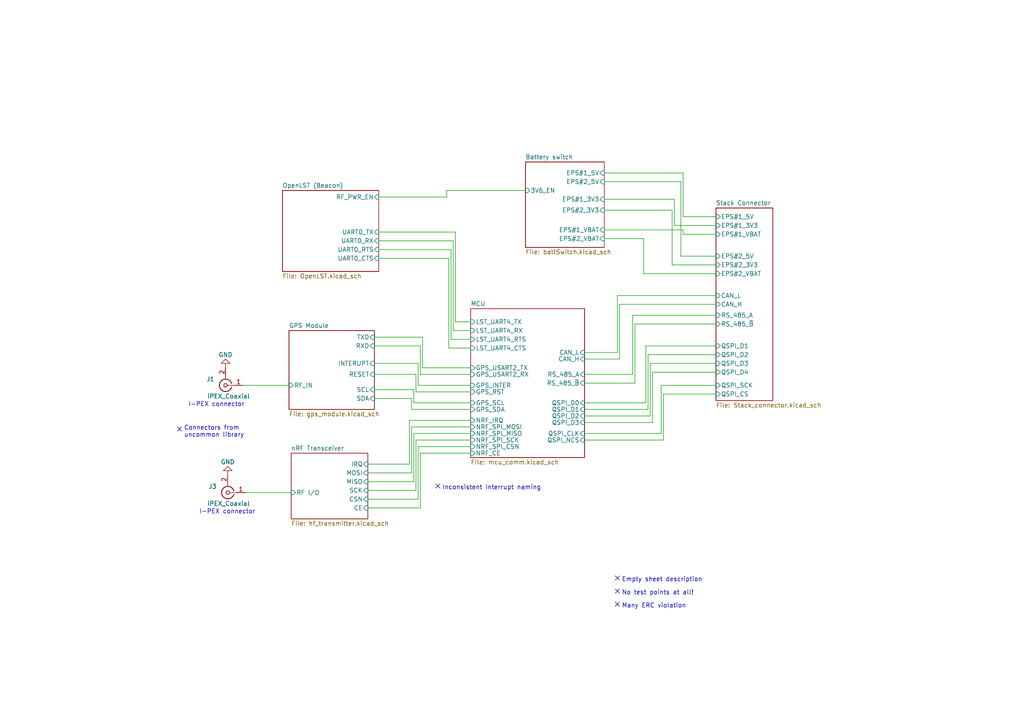
<source format=kicad_sch>
(kicad_sch (version 20210621) (generator eeschema)
  (paper "A4")
  (lib_symbols
    (symbol "Connector:Conn_Coaxial" (pin_names (offset 1.016) hide)
      (property "Reference" "J" (at 0.254 3.048 0))
      (property "Value" "Conn_Coaxial" (at 2.921 0 90))
      (symbol "Conn_Coaxial_0_1"
        (arc (start -1.778 0.508) (end 1.778 0) (radius (at -0.0508 0) (length 1.8034) (angles 163.6 0)) (stroke (width 0.254)))
        (arc (start 1.778 0) (end -1.778 -0.508) (radius (at -0.0254 0) (length 1.8034) (angles 0 -163.8)) (stroke (width 0.254)))
        (circle (center 0 0) (radius 0.508) (stroke (width 0.2032)))
        (polyline (pts (xy -2.54 0) (xy -0.508 0)))
        (polyline (pts (xy 0 -2.54) (xy 0 -1.778)))
      )
      (symbol "Conn_Coaxial_1_1"
        (pin passive line (at -5.08 0 0) (length 2.54) (name "In") (number "1"))
        (pin passive line (at 0 -5.08 90) (length 2.54) (name "Ext") (number "2"))
      )
    )
    (symbol "power:GND" (power) (pin_names (offset 0))
      (property "Value" "GND" (at 0 -3.81 0))
      (symbol "GND_0_1"
        (polyline (pts (xy 0 0) (xy 0 -1.27) (xy 1.27 -1.27) (xy 0 -2.54) (xy -1.27 -1.27) (xy 0 -1.27)))
      )
      (symbol "GND_1_1"
        (pin power_in line (at 0 0 270) (length 0) hide (name "GND") (number "1"))
      )
    )
  )
  (no_connect (at 52.07 124.46))
  (no_connect (at 127 140.97))
  (no_connect (at 179.07 167.64))
  (no_connect (at 179.07 171.45))
  (no_connect (at 179.07 175.26))
  (wire (pts (xy 70.485 111.76) (xy 83.82 111.76)))
  (wire (pts (xy 71.12 142.875) (xy 84.455 142.875)))
  (wire (pts (xy 108.585 100.33) (xy 121.92 100.33)))
  (wire (pts (xy 108.585 108.585) (xy 120.65 108.585)))
  (wire (pts (xy 108.585 115.57) (xy 119.38 115.57)))
  (wire (pts (xy 109.855 57.15) (xy 129.54 57.15)))
  (wire (pts (xy 109.855 69.85) (xy 131.445 69.85)))
  (wire (pts (xy 109.855 74.93) (xy 130.175 74.93)))
  (wire (pts (xy 118.745 121.92) (xy 118.745 134.62)))
  (wire (pts (xy 118.745 134.62) (xy 106.68 134.62)))
  (wire (pts (xy 119.38 115.57) (xy 119.38 118.745)))
  (wire (pts (xy 119.38 118.745) (xy 136.525 118.745)))
  (wire (pts (xy 119.38 123.825) (xy 119.38 137.16)))
  (wire (pts (xy 119.38 137.16) (xy 106.68 137.16)))
  (wire (pts (xy 120.015 113.03) (xy 108.585 113.03)))
  (wire (pts (xy 120.015 116.84) (xy 120.015 113.03)))
  (wire (pts (xy 120.015 125.73) (xy 120.015 139.7)))
  (wire (pts (xy 120.015 139.7) (xy 106.68 139.7)))
  (wire (pts (xy 120.65 108.585) (xy 120.65 113.665)))
  (wire (pts (xy 120.65 113.665) (xy 136.525 113.665)))
  (wire (pts (xy 120.65 127.635) (xy 120.65 142.24)))
  (wire (pts (xy 120.65 142.24) (xy 106.68 142.24)))
  (wire (pts (xy 121.285 105.41) (xy 108.585 105.41)))
  (wire (pts (xy 121.285 111.76) (xy 121.285 105.41)))
  (wire (pts (xy 121.285 129.54) (xy 121.285 144.78)))
  (wire (pts (xy 121.285 144.78) (xy 106.68 144.78)))
  (wire (pts (xy 121.92 100.33) (xy 121.92 108.585)))
  (wire (pts (xy 121.92 108.585) (xy 136.525 108.585)))
  (wire (pts (xy 121.92 131.445) (xy 121.92 147.32)))
  (wire (pts (xy 121.92 147.32) (xy 106.68 147.32)))
  (wire (pts (xy 122.555 97.79) (xy 108.585 97.79)))
  (wire (pts (xy 122.555 106.68) (xy 122.555 97.79)))
  (wire (pts (xy 129.54 55.245) (xy 152.4 55.245)))
  (wire (pts (xy 129.54 57.15) (xy 129.54 55.245)))
  (wire (pts (xy 130.175 74.93) (xy 130.175 100.965)))
  (wire (pts (xy 130.175 100.965) (xy 136.525 100.965)))
  (wire (pts (xy 130.81 72.39) (xy 109.855 72.39)))
  (wire (pts (xy 130.81 98.425) (xy 130.81 72.39)))
  (wire (pts (xy 131.445 69.85) (xy 131.445 95.885)))
  (wire (pts (xy 131.445 95.885) (xy 136.525 95.885)))
  (wire (pts (xy 132.08 67.31) (xy 109.855 67.31)))
  (wire (pts (xy 132.08 93.345) (xy 132.08 67.31)))
  (wire (pts (xy 136.525 93.345) (xy 132.08 93.345)))
  (wire (pts (xy 136.525 98.425) (xy 130.81 98.425)))
  (wire (pts (xy 136.525 106.68) (xy 122.555 106.68)))
  (wire (pts (xy 136.525 111.76) (xy 121.285 111.76)))
  (wire (pts (xy 136.525 116.84) (xy 120.015 116.84)))
  (wire (pts (xy 136.525 121.92) (xy 118.745 121.92)))
  (wire (pts (xy 136.525 123.825) (xy 119.38 123.825)))
  (wire (pts (xy 136.525 125.73) (xy 120.015 125.73)))
  (wire (pts (xy 136.525 127.635) (xy 120.65 127.635)))
  (wire (pts (xy 136.525 129.54) (xy 121.285 129.54)))
  (wire (pts (xy 136.525 131.445) (xy 121.92 131.445)))
  (wire (pts (xy 169.545 102.235) (xy 179.07 102.235)))
  (wire (pts (xy 169.545 104.14) (xy 179.705 104.14)))
  (wire (pts (xy 169.545 108.585) (xy 183.515 108.585)))
  (wire (pts (xy 169.545 111.125) (xy 184.15 111.125)))
  (wire (pts (xy 169.545 116.84) (xy 187.325 116.84)))
  (wire (pts (xy 169.545 120.65) (xy 188.595 120.65)))
  (wire (pts (xy 169.545 125.73) (xy 191.77 125.73)))
  (wire (pts (xy 175.26 66.675) (xy 198.12 66.675)))
  (wire (pts (xy 179.07 85.725) (xy 207.645 85.725)))
  (wire (pts (xy 179.07 102.235) (xy 179.07 85.725)))
  (wire (pts (xy 179.705 88.265) (xy 207.645 88.265)))
  (wire (pts (xy 179.705 104.14) (xy 179.705 88.265)))
  (wire (pts (xy 183.515 91.44) (xy 207.645 91.44)))
  (wire (pts (xy 183.515 108.585) (xy 183.515 91.44)))
  (wire (pts (xy 184.15 93.98) (xy 207.645 93.98)))
  (wire (pts (xy 184.15 111.125) (xy 184.15 93.98)))
  (wire (pts (xy 186.69 69.215) (xy 175.26 69.215)))
  (wire (pts (xy 186.69 79.375) (xy 186.69 69.215)))
  (wire (pts (xy 187.325 100.33) (xy 207.645 100.33)))
  (wire (pts (xy 187.325 116.84) (xy 187.325 100.33)))
  (wire (pts (xy 187.96 102.87) (xy 187.96 118.745)))
  (wire (pts (xy 187.96 118.745) (xy 169.545 118.745)))
  (wire (pts (xy 188.595 105.41) (xy 207.645 105.41)))
  (wire (pts (xy 188.595 120.65) (xy 188.595 105.41)))
  (wire (pts (xy 189.23 107.95) (xy 189.23 122.555)))
  (wire (pts (xy 189.23 122.555) (xy 169.545 122.555)))
  (wire (pts (xy 191.77 111.76) (xy 207.645 111.76)))
  (wire (pts (xy 191.77 125.73) (xy 191.77 111.76)))
  (wire (pts (xy 192.405 114.3) (xy 192.405 127.635)))
  (wire (pts (xy 192.405 127.635) (xy 169.545 127.635)))
  (wire (pts (xy 194.945 60.96) (xy 175.26 60.96)))
  (wire (pts (xy 194.945 76.835) (xy 194.945 60.96)))
  (wire (pts (xy 195.58 57.785) (xy 175.26 57.785)))
  (wire (pts (xy 195.58 65.405) (xy 195.58 57.785)))
  (wire (pts (xy 197.485 52.705) (xy 175.26 52.705)))
  (wire (pts (xy 197.485 74.295) (xy 197.485 52.705)))
  (wire (pts (xy 197.485 74.295) (xy 207.645 74.295)))
  (wire (pts (xy 198.12 50.165) (xy 175.26 50.165)))
  (wire (pts (xy 198.12 62.865) (xy 198.12 50.165)))
  (wire (pts (xy 198.12 62.865) (xy 207.645 62.865)))
  (wire (pts (xy 198.12 66.675) (xy 198.12 67.945)))
  (wire (pts (xy 198.12 67.945) (xy 207.645 67.945)))
  (wire (pts (xy 207.645 65.405) (xy 195.58 65.405)))
  (wire (pts (xy 207.645 76.835) (xy 194.945 76.835)))
  (wire (pts (xy 207.645 79.375) (xy 186.69 79.375)))
  (wire (pts (xy 207.645 102.87) (xy 187.96 102.87)))
  (wire (pts (xy 207.645 107.95) (xy 189.23 107.95)))
  (wire (pts (xy 207.645 114.3) (xy 192.405 114.3)))
  (text "Connectors from\nuncommon library" (at 53.34 127 0) (effects (font (size 1.27 1.27)) (justify left bottom)))
  (text "I-PEX connector\n" (at 54.61 118.11 0) (effects (font (size 1.27 1.27)) (justify left bottom)))
  (text "I-PEX connector\n" (at 57.785 149.225 0) (effects (font (size 1.27 1.27)) (justify left bottom)))
  (text "Inconsistent Interrupt naming" (at 128.27 142.24 0) (effects (font (size 1.27 1.27)) (justify left bottom)))
  (text "Empty sheet description" (at 180.34 168.91 0) (effects (font (size 1.27 1.27)) (justify left bottom)))
  (text "No test points at all!" (at 180.34 172.72 0) (effects (font (size 1.27 1.27)) (justify left bottom)))
  (text "Many ERC violation" (at 180.34 176.53 0) (effects (font (size 1.27 1.27)) (justify left bottom)))
  (symbol (lib_id "power:GND") (at 65.405 106.68 180) (unit 1)
    (property "Reference" "#PWR0104" (effects hide))
    (property "Value" "GND" (at 65.405 102.87 0))
  )
  (symbol (lib_id "power:GND") (at 66.04 137.795 180) (unit 1)
    (property "Reference" "#PWR0105" (effects hide))
    (property "Value" "~" (at 66.04 133.985 0))
  )
  (symbol (lib_id "Connector:Conn_Coaxial") (at 65.405 111.76 180) (unit 1)
    (property "Reference" "J1" (at 62.23 109.9946 0) (effects (justify left)))
    (property "Value" "iPEX_Coaxial" (at 66.294 114.935 0))
    (property "Datasheet" " ~" (effects hide))
  )
  (symbol (lib_id "Connector:Conn_Coaxial") (at 66.04 142.875 180) (unit 1)
    (property "Reference" "J3" (at 62.865 141.1096 0) (effects (justify left)))
    (property "Value" "iPEX_Coaxial" (at 66.294 146.05 0))
    (property "Datasheet" " ~" (effects hide))
  )
  (sheet (at 152.4 46.99) (size 22.86 24.765) (stroke (width 0.1524))
    (property "Název listu" "Battery switch" (at 152.4 46.2784 0) (effects (justify left bottom)))
    (property "Soubor listu" "battSwitch.kicad_sch" (at 152.4 72.3396 0) (effects (justify left top)))
    (pin "EPS#1_3V3" input (at 175.26 57.785 0))
    (pin "EPS#2_3V3" input (at 175.26 60.96 0))
    (pin "EPS#2_5V" input (at 175.26 52.705 0))
    (pin "EPS#1_5V" input (at 175.26 50.165 0))
    (pin "EPS#2_VBAT" input (at 175.26 69.215 0))
    (pin "EPS#1_VBAT" input (at 175.26 66.675 0))
    (pin "3V6_EN" input (at 152.4 55.245 180))
  )
  (sheet (at 83.82 95.885) (size 24.765 22.86) (stroke (width 0.1524))
    (property "Název listu" "GPS Module" (at 83.82 95.1734 0) (effects (justify left bottom)))
    (property "Soubor listu" "gps_module.kicad_sch" (at 83.82 119.3296 0) (effects (justify left top)))
    (pin "INTERUPT" input (at 108.585 105.41 0))
    (pin "RESET" input (at 108.585 108.585 0))
    (pin "SCL" input (at 108.585 113.03 0))
    (pin "SDA" input (at 108.585 115.57 0))
    (pin "RXD" input (at 108.585 100.33 0))
    (pin "TXD" input (at 108.585 97.79 0))
    (pin "RF_IN" input (at 83.82 111.76 180))
  )
  (sheet (at 136.525 89.535) (size 33.02 43.18) (stroke (width 0.1524))
    (property "Název listu" "MCU" (at 136.525 88.8234 0) (effects (justify left bottom)))
    (property "Soubor listu" "mcu_comm.kicad_sch" (at 136.525 133.2996 0) (effects (justify left top)))
    (pin "RS_485_A" input (at 169.545 108.585 0))
    (pin "RS_485_~{B}" input (at 169.545 111.125 0))
    (pin "CAN_L" input (at 169.545 102.235 0))
    (pin "CAN_H" input (at 169.545 104.14 0))
    (pin "QSPI_CLK" input (at 169.545 125.73 0))
    (pin "QSPI_NCS" input (at 169.545 127.635 0))
    (pin "QSPI_D1" input (at 169.545 118.745 0))
    (pin "QSPI_D0" input (at 169.545 116.84 0))
    (pin "QSPI_D3" input (at 169.545 122.555 0))
    (pin "QSPI_D2" input (at 169.545 120.65 0))
    (pin "NRF_SPI_SCK" input (at 136.525 127.635 180))
    (pin "GPS_RST" input (at 136.525 113.665 180))
    (pin "GPS_INTER" input (at 136.525 111.76 180))
    (pin "NRF_SPI_CSN" input (at 136.525 129.54 180))
    (pin "NRF_SPI_MISO" input (at 136.525 125.73 180))
    (pin "NRF_SPI_MOSI" input (at 136.525 123.825 180))
    (pin "GPS_SCL" input (at 136.525 116.84 180))
    (pin "GPS_SDA" input (at 136.525 118.745 180))
    (pin "LST_UART4_RTS" input (at 136.525 98.425 180))
    (pin "LST_UART4_RX" input (at 136.525 95.885 180))
    (pin "GPS_USART2_TX" input (at 136.525 106.68 180))
    (pin "GPS_USART2_RX" input (at 136.525 108.585 180))
    (pin "LST_UART4_TX" input (at 136.525 93.345 180))
    (pin "LST_UART4_CTS" input (at 136.525 100.965 180))
    (pin "NRF_CE" input (at 136.525 131.445 180))
    (pin "NRF_IRQ" input (at 136.525 121.92 180))
  )
  (sheet (at 81.915 55.245) (size 27.94 23.495) (stroke (width 0.1524))
    (property "Název listu" "OpenLST (Beacon)" (at 81.915 54.5334 0) (effects (justify left bottom)))
    (property "Soubor listu" "OpenLST.kicad_sch" (at 81.915 79.3246 0) (effects (justify left top)))
    (pin "UART0_CTS" input (at 109.855 74.93 0))
    (pin "UART0_RTS" input (at 109.855 72.39 0))
    (pin "UART0_RX" input (at 109.855 69.85 0))
    (pin "UART0_TX" input (at 109.855 67.31 0))
    (pin "RF_PWR_EN" input (at 109.855 57.15 0))
  )
  (sheet (at 207.645 60.325) (size 16.51 55.88) (stroke (width 0.1524))
    (property "Název listu" "Stack Connector" (at 207.645 59.6134 0) (effects (justify left bottom)))
    (property "Soubor listu" "Stack_connector.kicad_sch" (at 207.645 116.7896 0) (effects (justify left top)))
    (pin "CAN_H" input (at 207.645 88.265 180))
    (pin "RS_485_A" input (at 207.645 91.44 180))
    (pin "EPS#1_5V" input (at 207.645 62.865 180))
    (pin "EPS#1_3V3" input (at 207.645 65.405 180))
    (pin "CAN_L" input (at 207.645 85.725 180))
    (pin "RS_485_~{B}" input (at 207.645 93.98 180))
    (pin "QSPI_D1" input (at 207.645 100.33 180))
    (pin "QSPI_SCK" input (at 207.645 111.76 180))
    (pin "EPS#2_3V3" input (at 207.645 76.835 180))
    (pin "EPS#2_5V" input (at 207.645 74.295 180))
    (pin "QSPI_CS" input (at 207.645 114.3 180))
    (pin "QSPI_D2" input (at 207.645 102.87 180))
    (pin "QSPI_D3" input (at 207.645 105.41 180))
    (pin "QSPI_D4" input (at 207.645 107.95 180))
    (pin "EPS#1_VBAT" input (at 207.645 67.945 180))
    (pin "EPS#2_VBAT" input (at 207.645 79.375 180))
  )
  (sheet (at 84.455 131.445) (size 22.225 19.05) (stroke (width 0.1524))
    (property "Název listu" "nRF Transceiver" (at 84.455 130.7334 0) (effects (justify left bottom)))
    (property "Soubor listu" "hf_transmitter.kicad_sch" (at 84.455 151.0796 0) (effects (justify left top)))
    (pin "RF I{slash}O" input (at 84.455 142.875 180))
    (pin "MOSI" input (at 106.68 137.16 0))
    (pin "MISO" input (at 106.68 139.7 0))
    (pin "SCK" input (at 106.68 142.24 0))
    (pin "CE" input (at 106.68 147.32 0))
    (pin "IRQ" input (at 106.68 134.62 0))
    (pin "CSN" input (at 106.68 144.78 0))
  )
)
</source>
